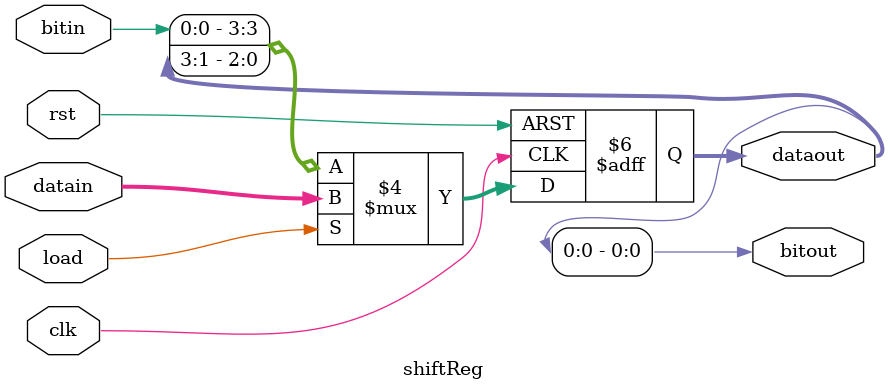
<source format=v>
module shiftReg(clk, rst, load, datain, dataout, bitin, bitout);

	parameter N = 4;

	input clk, rst, load;
	input bitin;
	input [N - 1: 0] datain;
	output reg [N - 1: 0] dataout;
	output bitout;

	assign bitout = dataout[0];

	always @ (posedge clk, negedge rst)
	begin
		if (!rst)
			dataout <= 0;
		else if (load)
			dataout <= datain;
		else
			dataout <= {bitin, dataout[N - 1: 1]};
	end

endmodule

</source>
